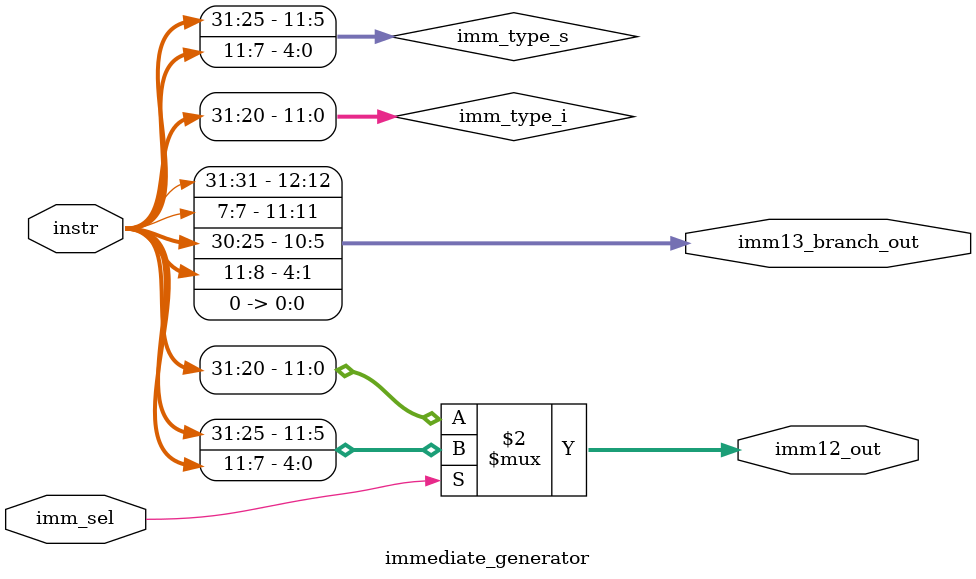
<source format=sv>
`timescale 1ns / 1ps


module immediate_generator (
    input  logic [31:0] instr,            // instructions
    input  logic        imm_sel,          // 0 = I-type, 1 = S-type of control unit
    output logic [11:0] imm12_out,        // output for ALU
    output logic [12:0] imm13_branch_out  // output for PC
);
    logic [11:0] imm_type_i;
    logic [11:0] imm_type_s;

    assign imm_type_i = instr[31:20];
    assign imm_type_s = {instr[31:25], instr[11:7]};
    assign imm13_branch_out = {instr[31],instr[7],instr[30:25],instr[11:8],1'b0};
    assign imm12_out = (imm_sel == 1'b0) ? imm_type_i : imm_type_s;
    
   
endmodule


</source>
